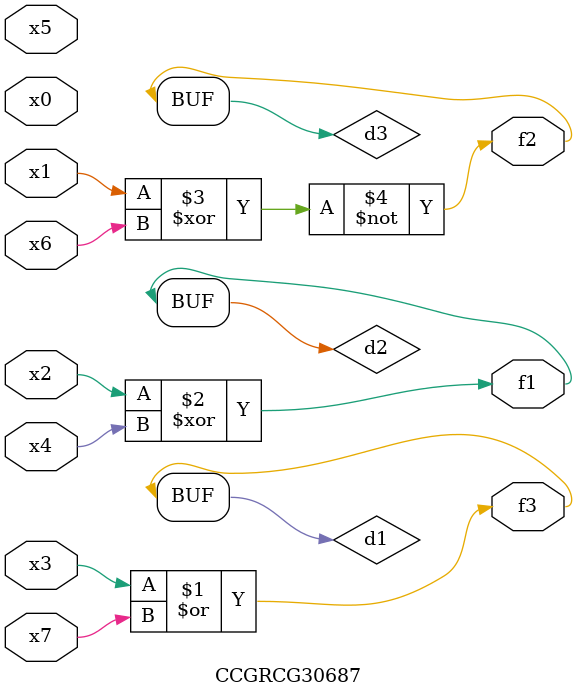
<source format=v>
module CCGRCG30687(
	input x0, x1, x2, x3, x4, x5, x6, x7,
	output f1, f2, f3
);

	wire d1, d2, d3;

	or (d1, x3, x7);
	xor (d2, x2, x4);
	xnor (d3, x1, x6);
	assign f1 = d2;
	assign f2 = d3;
	assign f3 = d1;
endmodule

</source>
